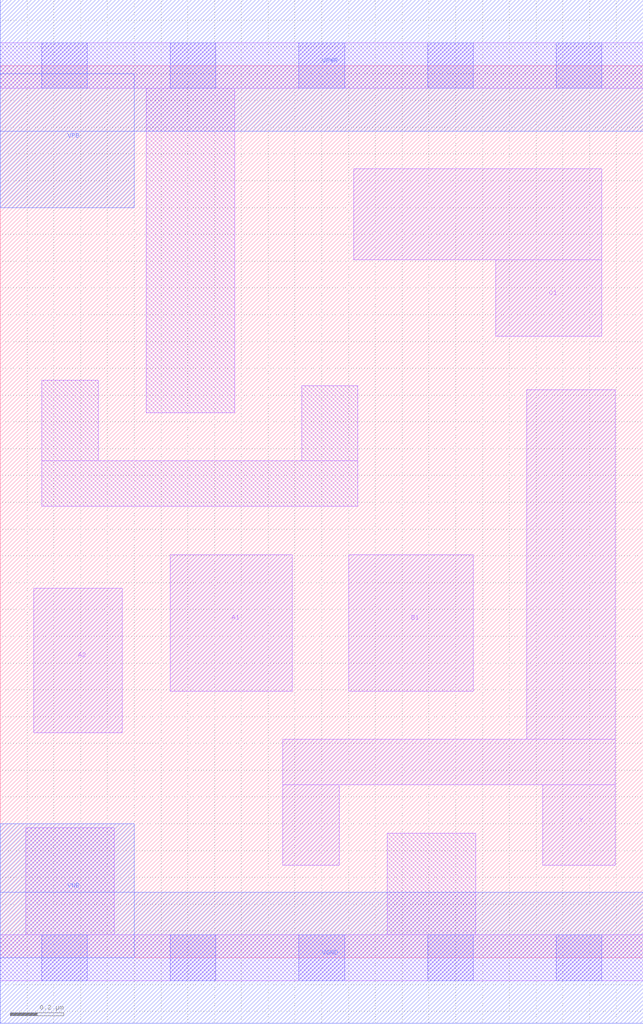
<source format=lef>
# Copyright 2020 The SkyWater PDK Authors
#
# Licensed under the Apache License, Version 2.0 (the "License");
# you may not use this file except in compliance with the License.
# You may obtain a copy of the License at
#
#     https://www.apache.org/licenses/LICENSE-2.0
#
# Unless required by applicable law or agreed to in writing, software
# distributed under the License is distributed on an "AS IS" BASIS,
# WITHOUT WARRANTIES OR CONDITIONS OF ANY KIND, either express or implied.
# See the License for the specific language governing permissions and
# limitations under the License.
#
# SPDX-License-Identifier: Apache-2.0

VERSION 5.5 ;
NAMESCASESENSITIVE ON ;
BUSBITCHARS "[]" ;
DIVIDERCHAR "/" ;
MACRO sky130_fd_sc_lp__a211oi_m
  CLASS CORE ;
  SOURCE USER ;
  ORIGIN  0.000000  0.000000 ;
  SIZE  2.400000 BY  3.330000 ;
  SYMMETRY X Y R90 ;
  SITE unit ;
  PIN A1
    ANTENNAGATEAREA  0.126000 ;
    DIRECTION INPUT ;
    USE SIGNAL ;
    PORT
      LAYER li1 ;
        RECT 0.635000 0.995000 1.090000 1.505000 ;
    END
  END A1
  PIN A2
    ANTENNAGATEAREA  0.126000 ;
    DIRECTION INPUT ;
    USE SIGNAL ;
    PORT
      LAYER li1 ;
        RECT 0.125000 0.840000 0.455000 1.380000 ;
    END
  END A2
  PIN B1
    ANTENNAGATEAREA  0.126000 ;
    DIRECTION INPUT ;
    USE SIGNAL ;
    PORT
      LAYER li1 ;
        RECT 1.300000 0.995000 1.765000 1.505000 ;
    END
  END B1
  PIN C1
    ANTENNAGATEAREA  0.126000 ;
    DIRECTION INPUT ;
    USE SIGNAL ;
    PORT
      LAYER li1 ;
        RECT 1.320000 2.605000 2.245000 2.945000 ;
        RECT 1.850000 2.320000 2.245000 2.605000 ;
    END
  END C1
  PIN Y
    ANTENNADIFFAREA  0.386400 ;
    DIRECTION OUTPUT ;
    USE SIGNAL ;
    PORT
      LAYER li1 ;
        RECT 1.055000 0.345000 1.265000 0.645000 ;
        RECT 1.055000 0.645000 2.295000 0.815000 ;
        RECT 1.965000 0.815000 2.295000 2.120000 ;
        RECT 2.025000 0.345000 2.295000 0.645000 ;
    END
  END Y
  PIN VGND
    DIRECTION INOUT ;
    USE GROUND ;
    PORT
      LAYER met1 ;
        RECT 0.000000 -0.245000 2.400000 0.245000 ;
    END
  END VGND
  PIN VNB
    DIRECTION INOUT ;
    USE GROUND ;
    PORT
      LAYER met1 ;
        RECT 0.000000 0.000000 0.500000 0.500000 ;
    END
  END VNB
  PIN VPB
    DIRECTION INOUT ;
    USE POWER ;
    PORT
      LAYER met1 ;
        RECT 0.000000 2.800000 0.500000 3.300000 ;
    END
  END VPB
  PIN VPWR
    DIRECTION INOUT ;
    USE POWER ;
    PORT
      LAYER met1 ;
        RECT 0.000000 3.085000 2.400000 3.575000 ;
    END
  END VPWR
  OBS
    LAYER li1 ;
      RECT 0.000000 -0.085000 2.400000 0.085000 ;
      RECT 0.000000  3.245000 2.400000 3.415000 ;
      RECT 0.095000  0.085000 0.425000 0.485000 ;
      RECT 0.155000  1.685000 1.335000 1.855000 ;
      RECT 0.155000  1.855000 0.365000 2.155000 ;
      RECT 0.545000  2.035000 0.875000 3.245000 ;
      RECT 1.125000  1.855000 1.335000 2.135000 ;
      RECT 1.445000  0.085000 1.775000 0.465000 ;
    LAYER mcon ;
      RECT 0.155000 -0.085000 0.325000 0.085000 ;
      RECT 0.155000  3.245000 0.325000 3.415000 ;
      RECT 0.635000 -0.085000 0.805000 0.085000 ;
      RECT 0.635000  3.245000 0.805000 3.415000 ;
      RECT 1.115000 -0.085000 1.285000 0.085000 ;
      RECT 1.115000  3.245000 1.285000 3.415000 ;
      RECT 1.595000 -0.085000 1.765000 0.085000 ;
      RECT 1.595000  3.245000 1.765000 3.415000 ;
      RECT 2.075000 -0.085000 2.245000 0.085000 ;
      RECT 2.075000  3.245000 2.245000 3.415000 ;
  END
END sky130_fd_sc_lp__a211oi_m
END LIBRARY

</source>
